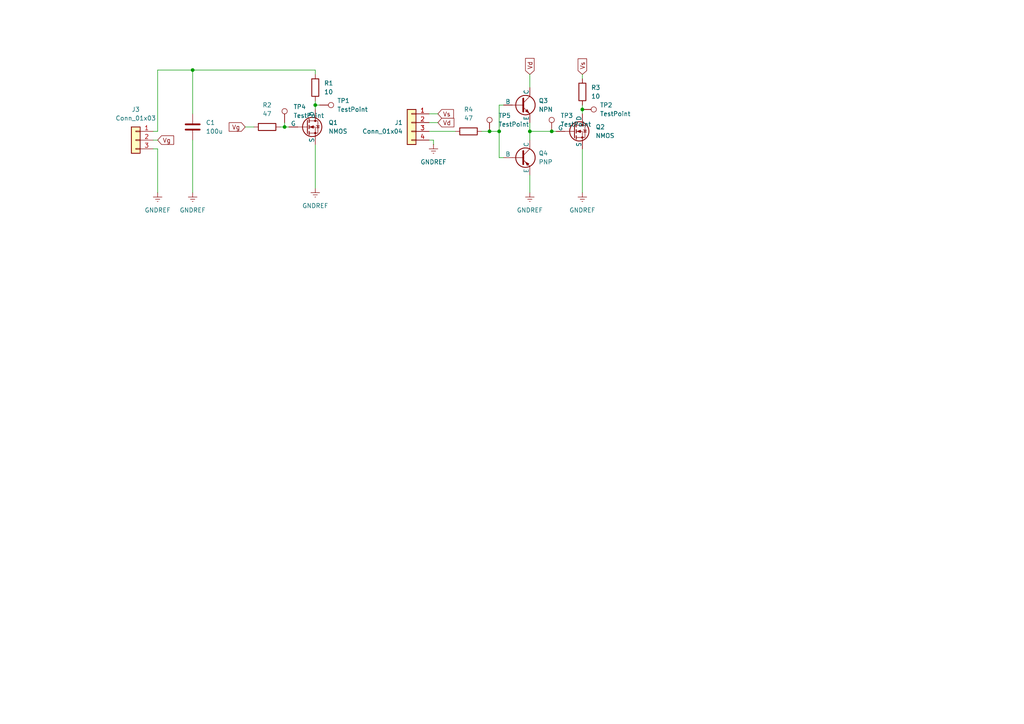
<source format=kicad_sch>
(kicad_sch (version 20250114) (generator "eeschema") (generator_version "9.0")
  (paper "A4")
  (lib_symbols
    (symbol "Connector:TestPoint" (pin_numbers (hide yes)) (pin_names (offset 0.762) (hide yes))
      (property "Reference" "TP" (at 0 6.858 0))
      (property "Value" "TestPoint" (at 0 5.08 0))
      (symbol "TestPoint_0_1"
        (circle (center 0 3.302) (radius 0.762))
      )
      (symbol "TestPoint_1_1"
        (pin passive line (at 0 0 90) (length 2.54) (name "1") (number "1"))
      )
    )
    (symbol "Connector_Generic:Conn_01x03" (pin_names (offset 1.016) (hide yes))
      (property "Reference" "J" (at 0 5.08 0))
      (property "Value" "Conn_01x03" (at 0 -5.08 0))
      (symbol "Conn_01x03_1_1"
        (rectangle (start -1.27 3.81) (end 1.27 -3.81) (stroke (width 0.254)) (fill (type background)))
        (rectangle (start -1.27 2.667) (end 0 2.413) (stroke (width 0.1524)))
        (rectangle (start -1.27 0.127) (end 0 -0.127) (stroke (width 0.1524)))
        (rectangle (start -1.27 -2.413) (end 0 -2.667) (stroke (width 0.1524)))
        (pin passive line (at -5.08 2.54 0) (length 3.81) (name "Pin_1") (number "1"))
        (pin passive line (at -5.08 0 0) (length 3.81) (name "Pin_2") (number "2"))
        (pin passive line (at -5.08 -2.54 0) (length 3.81) (name "Pin_3") (number "3"))
      )
    )
    (symbol "Connector_Generic:Conn_01x04" (pin_names (offset 1.016) (hide yes))
      (property "Reference" "J" (at 0 5.08 0))
      (property "Value" "Conn_01x04" (at 0 -7.62 0))
      (symbol "Conn_01x04_1_1"
        (rectangle (start -1.27 3.81) (end 1.27 -6.35) (stroke (width 0.254)) (fill (type background)))
        (rectangle (start -1.27 2.667) (end 0 2.413) (stroke (width 0.1524)))
        (rectangle (start -1.27 0.127) (end 0 -0.127) (stroke (width 0.1524)))
        (rectangle (start -1.27 -2.413) (end 0 -2.667) (stroke (width 0.1524)))
        (rectangle (start -1.27 -4.953) (end 0 -5.207) (stroke (width 0.1524)))
        (pin passive line (at -5.08 2.54 0) (length 3.81) (name "Pin_1") (number "1"))
        (pin passive line (at -5.08 0 0) (length 3.81) (name "Pin_2") (number "2"))
        (pin passive line (at -5.08 -2.54 0) (length 3.81) (name "Pin_3") (number "3"))
        (pin passive line (at -5.08 -5.08 0) (length 3.81) (name "Pin_4") (number "4"))
      )
    )
    (symbol "Device:C" (pin_numbers (hide yes)) (pin_names (offset 0.254))
      (property "Reference" "C" (at 0.635 2.54 0))
      (property "Value" "C" (at 0.635 -2.54 0))
      (symbol "C_0_1"
        (polyline (pts (xy -2.032 0.762) (xy 2.032 0.762)) (stroke (width 0.508)))
        (polyline (pts (xy -2.032 -0.762) (xy 2.032 -0.762)) (stroke (width 0.508)))
      )
      (symbol "C_1_1"
        (pin passive line (at 0 3.81 270) (length 2.794) (name "~") (number "1"))
        (pin passive line (at 0 -3.81 90) (length 2.794) (name "~") (number "2"))
      )
    )
    (symbol "Device:R" (pin_numbers (hide yes)) (pin_names (offset 0))
      (property "Reference" "R" (at 2.032 0 90))
      (property "Value" "R" (at 0 0 90))
      (symbol "R_0_1"
        (rectangle (start -1.016 -2.54) (end 1.016 2.54) (stroke (width 0.254)))
      )
      (symbol "R_1_1"
        (pin passive line (at 0 3.81 270) (length 1.27) (name "~") (number "1"))
        (pin passive line (at 0 -3.81 90) (length 1.27) (name "~") (number "2"))
      )
    )
    (symbol "Simulation_SPICE:NMOS" (pin_numbers (hide yes)) (pin_names (offset 0))
      (property "Reference" "Q" (at 5.08 1.27 0))
      (property "Value" "NMOS" (at 5.08 -1.27 0))
      (symbol "NMOS_0_1"
        (polyline (pts (xy 0.254 1.905) (xy 0.254 -1.905)) (stroke (width 0.254)))
        (polyline (pts (xy 0.254 0) (xy -2.54 0)))
        (polyline (pts (xy 0.762 2.286) (xy 0.762 1.27)) (stroke (width 0.254)))
        (polyline (pts (xy 0.762 0.508) (xy 0.762 -0.508)) (stroke (width 0.254)))
        (polyline (pts (xy 0.762 -1.27) (xy 0.762 -2.286)) (stroke (width 0.254)))
        (polyline (pts (xy 0.762 -1.778) (xy 3.302 -1.778) (xy 3.302 1.778) (xy 0.762 1.778)))
        (polyline (pts (xy 1.016 0) (xy 2.032 0.381) (xy 2.032 -0.381) (xy 1.016 0)) (fill (type outline)))
        (circle (center 1.651 0) (radius 2.794) (stroke (width 0.254)))
        (polyline (pts (xy 2.54 2.54) (xy 2.54 1.778)))
        (circle (center 2.54 1.778) (radius 0.254) (fill (type outline)))
        (circle (center 2.54 -1.778) (radius 0.254) (fill (type outline)))
        (polyline (pts (xy 2.54 -2.54) (xy 2.54 0) (xy 0.762 0)))
        (polyline (pts (xy 2.794 0.508) (xy 2.921 0.381) (xy 3.683 0.381) (xy 3.81 0.254)))
        (polyline (pts (xy 3.302 0.381) (xy 2.921 -0.254) (xy 3.683 -0.254) (xy 3.302 0.381)))
      )
      (symbol "NMOS_1_1"
        (pin input line (at -5.08 0 0) (length 2.54) (name "G") (number "2"))
        (pin passive line (at 2.54 5.08 270) (length 2.54) (name "D") (number "1"))
        (pin passive line (at 2.54 -5.08 90) (length 2.54) (name "S") (number "3"))
      )
    )
    (symbol "Simulation_SPICE:NPN" (pin_numbers (hide yes)) (pin_names (offset 0))
      (property "Reference" "Q" (at -2.54 7.62 0))
      (property "Value" "NPN" (at -2.54 5.08 0))
      (symbol "NPN_0_1"
        (polyline (pts (xy -2.54 0) (xy 0.635 0)) (stroke (width 0.1524)))
        (polyline (pts (xy 0.635 1.905) (xy 0.635 -1.905) (xy 0.635 -1.905)) (stroke (width 0.508)))
        (polyline (pts (xy 0.635 0.635) (xy 2.54 2.54)))
        (polyline (pts (xy 0.635 -0.635) (xy 2.54 -2.54) (xy 2.54 -2.54)))
        (circle (center 1.27 0) (radius 2.8194) (stroke (width 0.254)))
        (polyline (pts (xy 1.27 -1.778) (xy 1.778 -1.27) (xy 2.286 -2.286) (xy 1.27 -1.778) (xy 1.27 -1.778)) (fill (type outline)))
        (polyline (pts (xy 2.794 -1.27) (xy 2.794 -1.27)) (stroke (width 0.1524)))
        (polyline (pts (xy 2.794 -1.27) (xy 2.794 -1.27)) (stroke (width 0.1524)))
      )
      (symbol "NPN_1_1"
        (pin input line (at -5.08 0 0) (length 2.54) (name "B") (number "2"))
        (pin open_collector line (at 2.54 5.08 270) (length 2.54) (name "C") (number "1"))
        (pin open_emitter line (at 2.54 -5.08 90) (length 2.54) (name "E") (number "3"))
      )
    )
    (symbol "Simulation_SPICE:PNP" (pin_numbers (hide yes)) (pin_names (offset 0))
      (property "Reference" "Q" (at -2.54 7.62 0))
      (property "Value" "PNP" (at -2.54 5.08 0))
      (symbol "PNP_0_1"
        (polyline (pts (xy -2.54 0) (xy 0.635 0)) (stroke (width 0.1524)))
        (polyline (pts (xy 0.635 1.905) (xy 0.635 -1.905) (xy 0.635 -1.905)) (stroke (width 0.508)))
        (polyline (pts (xy 0.635 0.635) (xy 2.54 2.54)))
        (polyline (pts (xy 0.635 -0.635) (xy 2.54 -2.54) (xy 2.54 -2.54)))
        (circle (center 1.27 0) (radius 2.8194) (stroke (width 0.254)))
        (polyline (pts (xy 2.286 -1.778) (xy 1.778 -2.286) (xy 1.27 -1.27) (xy 2.286 -1.778) (xy 2.286 -1.778)) (fill (type outline)))
      )
      (symbol "PNP_1_1"
        (pin input line (at -5.08 0 0) (length 2.54) (name "B") (number "2"))
        (pin open_collector line (at 2.54 5.08 270) (length 2.54) (name "C") (number "1"))
        (pin open_emitter line (at 2.54 -5.08 90) (length 2.54) (name "E") (number "3"))
      )
    )
    (symbol "power:GNDREF" (power) (pin_numbers (hide yes)) (pin_names (offset 0) (hide yes))
      (property "Value" "GNDREF" (at 0 -3.81 0))
      (symbol "GNDREF_0_1"
        (polyline (pts (xy -0.635 -1.905) (xy 0.635 -1.905)))
        (polyline (pts (xy -0.127 -2.54) (xy 0.127 -2.54)))
        (polyline (pts (xy 0 -1.27) (xy 0 0)))
        (polyline (pts (xy 1.27 -1.27) (xy -1.27 -1.27)))
      )
      (symbol "GNDREF_1_1"
        (pin power_in line (at 0 0 270) (length 0) (name "~") (number "1"))
      )
    )
  )
  (junction (at 55.88 20.32))
  (junction (at 160.02 38.1))
  (junction (at 144.78 38.1))
  (junction (at 91.44 30.48))
  (junction (at 82.55 36.83))
  (junction (at 141.986 38.1))
  (junction (at 153.67 38.1))
  (junction (at 168.91 31.75))
  (wire (pts (xy 45.72 43.18) (xy 45.72 55.88)))
  (wire (pts (xy 144.78 30.48) (xy 144.78 38.1)))
  (wire (pts (xy 125.73 40.64) (xy 125.73 41.91)))
  (wire (pts (xy 124.46 38.1) (xy 132.08 38.1)))
  (wire (pts (xy 153.67 21.59) (xy 153.67 25.4)))
  (wire (pts (xy 144.78 45.72) (xy 144.78 38.1)))
  (wire (pts (xy 146.05 30.48) (xy 144.78 30.48)))
  (wire (pts (xy 168.91 21.59) (xy 168.91 22.86)))
  (wire (pts (xy 91.44 20.32) (xy 91.44 21.59)))
  (wire (pts (xy 45.72 38.1) (xy 44.45 38.1)))
  (wire (pts (xy 141.986 38.1) (xy 139.7 38.1)))
  (wire (pts (xy 124.46 35.56) (xy 127 35.56)))
  (wire (pts (xy 124.46 40.64) (xy 125.73 40.64)))
  (wire (pts (xy 168.91 43.18) (xy 168.91 55.88)))
  (wire (pts (xy 153.67 50.8) (xy 153.67 55.88)))
  (wire (pts (xy 153.67 38.1) (xy 160.02 38.1)))
  (wire (pts (xy 71.12 36.83) (xy 73.66 36.83)))
  (wire (pts (xy 160.02 38.1) (xy 161.29 38.1)))
  (wire (pts (xy 153.67 35.56) (xy 153.67 38.1)))
  (wire (pts (xy 124.46 33.02) (xy 127 33.02)))
  (wire (pts (xy 168.91 30.48) (xy 168.91 31.75)))
  (wire (pts (xy 91.44 30.48) (xy 91.44 31.75)))
  (wire (pts (xy 44.45 43.18) (xy 45.72 43.18)))
  (wire (pts (xy 82.55 35.56) (xy 82.55 36.83)))
  (wire (pts (xy 91.44 41.91) (xy 91.44 54.61)))
  (wire (pts (xy 81.28 36.83) (xy 82.55 36.83)))
  (wire (pts (xy 45.72 38.1) (xy 45.72 20.32)))
  (wire (pts (xy 168.91 31.75) (xy 168.91 33.02)))
  (wire (pts (xy 144.78 38.1) (xy 141.986 38.1)))
  (wire (pts (xy 146.05 45.72) (xy 144.78 45.72)))
  (wire (pts (xy 91.44 29.21) (xy 91.44 30.48)))
  (wire (pts (xy 153.67 38.1) (xy 153.67 40.64)))
  (wire (pts (xy 55.88 40.64) (xy 55.88 55.88)))
  (wire (pts (xy 82.55 36.83) (xy 83.82 36.83)))
  (wire (pts (xy 45.72 40.64) (xy 44.45 40.64)))
  (wire (pts (xy 45.72 20.32) (xy 55.88 20.32)))
  (wire (pts (xy 55.88 20.32) (xy 91.44 20.32)))
  (wire (pts (xy 55.88 33.02) (xy 55.88 20.32)))
  (wire (pts (xy 92.71 30.48) (xy 91.44 30.48)))
  (global_label "Vd" (shape input) (at 153.67 21.59 90) (property "Intersheetrefs" "${INTERSHEET_REFS}" (effects (hide yes))))
  (global_label "Vs" (shape input) (at 168.91 21.59 90) (property "Intersheetrefs" "${INTERSHEET_REFS}" (effects (hide yes))))
  (global_label "Vd" (shape input) (at 127 35.56 0) (property "Intersheetrefs" "${INTERSHEET_REFS}" (effects (hide yes))))
  (global_label "Vg" (shape input) (at 71.12 36.83 180) (property "Intersheetrefs" "${INTERSHEET_REFS}" (effects (hide yes))))
  (global_label "Vg" (shape input) (at 45.72 40.64 0) (property "Intersheetrefs" "${INTERSHEET_REFS}" (effects (hide yes))))
  (global_label "Vs" (shape input) (at 127 33.02 0) (property "Intersheetrefs" "${INTERSHEET_REFS}" (effects (hide yes))))
  (symbol (lib_id "Simulation_SPICE:PNP") (at 151.13 45.72 0) (unit 1)
    (property "Reference" "Q4" (at 156.21 44.4499 0) (effects (justify left)))
    (property "Value" "PNP" (at 156.21 46.9899 0) (effects (justify left)))
    (property "Footprint" "Package_TO_SOT_THT:TO-92_Inline_Wide" (effects (hide yes)))
    (property "Datasheet" "https://ngspice.sourceforge.io/docs/ngspice-html-manual/manual.xhtml#cha_BJTs" (effects (hide yes)))
    (property "Description" "Bipolar transistor symbol for simulation only, substrate tied to the emitter" (effects (hide yes)))
    (property "Sim.Device" "PNP" (effects (hide yes)))
    (property "Sim.Type" "GUMMELPOON" (effects (hide yes)))
    (property "Sim.Pins" "1=C 2=B 3=E" (effects (hide yes)))
  )
  (symbol (lib_id "Simulation_SPICE:NPN") (at 151.13 30.48 0) (unit 1)
    (property "Reference" "Q3" (at 156.21 29.2099 0) (effects (justify left)))
    (property "Value" "NPN" (at 156.21 31.7499 0) (effects (justify left)))
    (property "Footprint" "Package_TO_SOT_THT:TO-92_Inline_Wide" (effects (hide yes)))
    (property "Datasheet" "https://ngspice.sourceforge.io/docs/ngspice-html-manual/manual.xhtml#cha_BJTs" (effects (hide yes)))
    (property "Description" "Bipolar transistor symbol for simulation only, substrate tied to the emitter" (effects (hide yes)))
    (property "Sim.Device" "NPN" (effects (hide yes)))
    (property "Sim.Type" "GUMMELPOON" (effects (hide yes)))
    (property "Sim.Pins" "1=C 2=B 3=E" (effects (hide yes)))
  )
  (symbol (lib_id "Connector:TestPoint") (at 82.55 35.56 0) (unit 1)
    (property "Reference" "TP4" (at 85.09 30.9879 0) (effects (justify left)))
    (property "Value" "TestPoint" (at 85.09 33.5279 0) (effects (justify left)))
    (property "Footprint" "TestPoint:TestPoint_Loop_D2.60mm_Drill1.6mm_Beaded" (effects (hide yes)))
    (property "Description" "test point" (effects (hide yes)))
  )
  (symbol (lib_id "Device:R") (at 91.44 25.4 0) (unit 1)
    (property "Reference" "R1" (at 93.98 24.1299 0) (effects (justify left)))
    (property "Value" "10" (at 93.98 26.6699 0) (effects (justify left)))
    (property "Footprint" "Resistor_THT:R_Axial_DIN0411_L9.9mm_D3.6mm_P15.24mm_Horizontal" (effects (hide yes)))
    (property "Description" "Resistor" (effects (hide yes)))
  )
  (symbol (lib_id "Device:R") (at 168.91 26.67 0) (unit 1)
    (property "Reference" "R3" (at 171.45 25.3999 0) (effects (justify left)))
    (property "Value" "10" (at 171.45 27.9399 0) (effects (justify left)))
    (property "Footprint" "Resistor_THT:R_Axial_DIN0411_L9.9mm_D3.6mm_P15.24mm_Horizontal" (effects (hide yes)))
    (property "Description" "Resistor" (effects (hide yes)))
  )
  (symbol (lib_id "power:GNDREF") (at 91.44 54.61 0) (unit 1)
    (property "Reference" "#PWR01" (effects (hide yes)))
    (property "Value" "GNDREF" (at 91.44 59.69 0))
    (property "Description" "Power symbol creates a global label with name \"GNDREF\" , reference supply ground" (effects (hide yes)))
  )
  (symbol (lib_id "Connector:TestPoint") (at 141.986 38.1 0) (unit 1)
    (property "Reference" "TP5" (at 144.526 33.5279 0) (effects (justify left)))
    (property "Value" "TestPoint" (at 144.526 36.0679 0) (effects (justify left)))
    (property "Footprint" "TestPoint:TestPoint_Loop_D2.60mm_Drill1.6mm_Beaded" (effects (hide yes)))
    (property "Description" "test point" (effects (hide yes)))
  )
  (symbol (lib_id "Simulation_SPICE:NMOS") (at 88.9 36.83 0) (unit 1)
    (property "Reference" "Q1" (at 95.25 35.5599 0) (effects (justify left)))
    (property "Value" "NMOS" (at 95.25 38.0999 0) (effects (justify left)))
    (property "Footprint" "Package_TO_SOT_THT:TO-220-3_Horizontal_TabDown" (effects (hide yes)))
    (property "Datasheet" "https://ngspice.sourceforge.io/docs/ngspice-html-manual/manual.xhtml#cha_MOSFETs" (effects (hide yes)))
    (property "Description" "N-MOSFET transistor, drain/source/gate" (effects (hide yes)))
    (property "Sim.Device" "NMOS" (effects (hide yes)))
    (property "Sim.Type" "VDMOS" (effects (hide yes)))
    (property "Sim.Pins" "1=D 2=G 3=S" (effects (hide yes)))
  )
  (symbol (lib_id "Simulation_SPICE:NMOS") (at 166.37 38.1 0) (unit 1)
    (property "Reference" "Q2" (at 172.72 36.8299 0) (effects (justify left)))
    (property "Value" "NMOS" (at 172.72 39.3699 0) (effects (justify left)))
    (property "Footprint" "Package_TO_SOT_THT:TO-220-3_Horizontal_TabDown" (effects (hide yes)))
    (property "Datasheet" "https://ngspice.sourceforge.io/docs/ngspice-html-manual/manual.xhtml#cha_MOSFETs" (effects (hide yes)))
    (property "Description" "N-MOSFET transistor, drain/source/gate" (effects (hide yes)))
    (property "Sim.Device" "NMOS" (effects (hide yes)))
    (property "Sim.Type" "VDMOS" (effects (hide yes)))
    (property "Sim.Pins" "1=D 2=G 3=S" (effects (hide yes)))
  )
  (symbol (lib_id "power:GNDREF") (at 125.73 41.91 0) (unit 1)
    (property "Reference" "#PWR04" (effects (hide yes)))
    (property "Value" "GNDREF" (at 125.73 46.99 0))
    (property "Description" "Power symbol creates a global label with name \"GNDREF\" , reference supply ground" (effects (hide yes)))
  )
  (symbol (lib_id "power:GNDREF") (at 45.72 55.88 0) (unit 1)
    (property "Reference" "#PWR06" (effects (hide yes)))
    (property "Value" "GNDREF" (at 45.72 60.96 0))
    (property "Description" "Power symbol creates a global label with name \"GNDREF\" , reference supply ground" (effects (hide yes)))
  )
  (symbol (lib_id "Connector_Generic:Conn_01x03") (at 39.37 40.64 0) (mirror y) (unit 1)
    (property "Reference" "J3" (at 39.37 31.75 0))
    (property "Value" "Conn_01x03" (at 39.37 34.29 0))
    (property "Footprint" "Connector_JST:JST_XH_B3B-XH-A_1x03_P2.50mm_Vertical" (effects (hide yes)))
    (property "Description" "Generic connector, single row, 01x03, script generated (kicad-library-utils/schlib/autogen/connector/)" (effects (hide yes)))
  )
  (symbol (lib_id "Connector_Generic:Conn_01x04") (at 119.38 35.56 0) (mirror y) (unit 1)
    (property "Reference" "J1" (at 116.84 35.5599 0) (effects (justify left)))
    (property "Value" "Conn_01x04" (at 116.84 38.0999 0) (effects (justify left)))
    (property "Footprint" "Connector_JST:JST_XH_B4B-XH-A_1x04_P2.50mm_Vertical" (effects (hide yes)))
    (property "Description" "Generic connector, single row, 01x04, script generated (kicad-library-utils/schlib/autogen/connector/)" (effects (hide yes)))
  )
  (symbol (lib_id "Device:C") (at 55.88 36.83 0) (unit 1)
    (property "Reference" "C1" (at 59.69 35.5599 0) (effects (justify left)))
    (property "Value" "100u" (at 59.69 38.0999 0) (effects (justify left)))
    (property "Footprint" "Capacitor_THT:CP_Radial_D6.3mm_P2.50mm" (effects (hide yes)))
    (property "Description" "Unpolarized capacitor" (effects (hide yes)))
  )
  (symbol (lib_id "Connector:TestPoint") (at 160.02 38.1 0) (unit 1)
    (property "Reference" "TP3" (at 162.56 33.5279 0) (effects (justify left)))
    (property "Value" "TestPoint" (at 162.56 36.0679 0) (effects (justify left)))
    (property "Footprint" "TestPoint:TestPoint_Loop_D2.60mm_Drill1.6mm_Beaded" (effects (hide yes)))
    (property "Description" "test point" (effects (hide yes)))
  )
  (symbol (lib_id "power:GNDREF") (at 55.88 55.88 0) (unit 1)
    (property "Reference" "#PWR05" (effects (hide yes)))
    (property "Value" "GNDREF" (at 55.88 60.96 0))
    (property "Description" "Power symbol creates a global label with name \"GNDREF\" , reference supply ground" (effects (hide yes)))
  )
  (symbol (lib_id "power:GNDREF") (at 153.67 55.88 0) (unit 1)
    (property "Reference" "#PWR02" (effects (hide yes)))
    (property "Value" "GNDREF" (at 153.67 60.96 0))
    (property "Description" "Power symbol creates a global label with name \"GNDREF\" , reference supply ground" (effects (hide yes)))
  )
  (symbol (lib_id "Connector:TestPoint") (at 168.91 31.75 270) (unit 1)
    (property "Reference" "TP2" (at 173.99 30.4799 90) (effects (justify left)))
    (property "Value" "TestPoint" (at 173.99 33.0199 90) (effects (justify left)))
    (property "Footprint" "TestPoint:TestPoint_Loop_D2.60mm_Drill1.6mm_Beaded" (effects (hide yes)))
    (property "Description" "test point" (effects (hide yes)))
  )
  (symbol (lib_id "Device:R") (at 135.89 38.1 90) (unit 1)
    (property "Reference" "R4" (at 135.89 31.75 90))
    (property "Value" "47" (at 135.89 34.29 90))
    (property "Footprint" "Resistor_THT:R_Axial_DIN0207_L6.3mm_D2.5mm_P10.16mm_Horizontal" (effects (hide yes)))
    (property "Description" "Resistor" (effects (hide yes)))
  )
  (symbol (lib_id "Connector:TestPoint") (at 92.71 30.48 270) (unit 1)
    (property "Reference" "TP1" (at 97.79 29.2099 90) (effects (justify left)))
    (property "Value" "TestPoint" (at 97.79 31.7499 90) (effects (justify left)))
    (property "Footprint" "TestPoint:TestPoint_Loop_D2.60mm_Drill1.6mm_Beaded" (effects (hide yes)))
    (property "Description" "test point" (effects (hide yes)))
  )
  (symbol (lib_id "power:GNDREF") (at 168.91 55.88 0) (unit 1)
    (property "Reference" "#PWR03" (effects (hide yes)))
    (property "Value" "GNDREF" (at 168.91 60.96 0))
    (property "Description" "Power symbol creates a global label with name \"GNDREF\" , reference supply ground" (effects (hide yes)))
  )
  (symbol (lib_id "Device:R") (at 77.47 36.83 90) (unit 1)
    (property "Reference" "R2" (at 77.47 30.48 90))
    (property "Value" "47" (at 77.47 33.02 90))
    (property "Footprint" "Resistor_THT:R_Axial_DIN0207_L6.3mm_D2.5mm_P10.16mm_Horizontal" (effects (hide yes)))
    (property "Description" "Resistor" (effects (hide yes)))
  )
)
</source>
